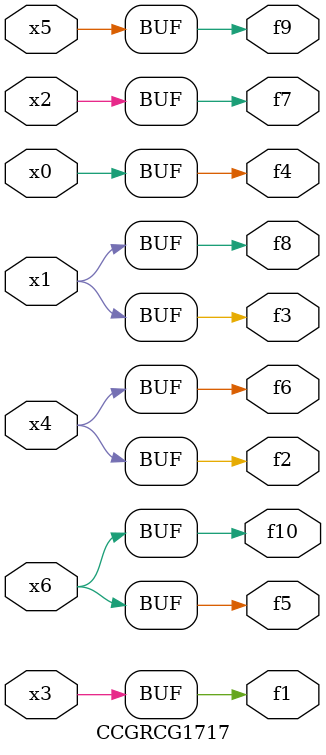
<source format=v>
module CCGRCG1717(
	input x0, x1, x2, x3, x4, x5, x6,
	output f1, f2, f3, f4, f5, f6, f7, f8, f9, f10
);
	assign f1 = x3;
	assign f2 = x4;
	assign f3 = x1;
	assign f4 = x0;
	assign f5 = x6;
	assign f6 = x4;
	assign f7 = x2;
	assign f8 = x1;
	assign f9 = x5;
	assign f10 = x6;
endmodule

</source>
